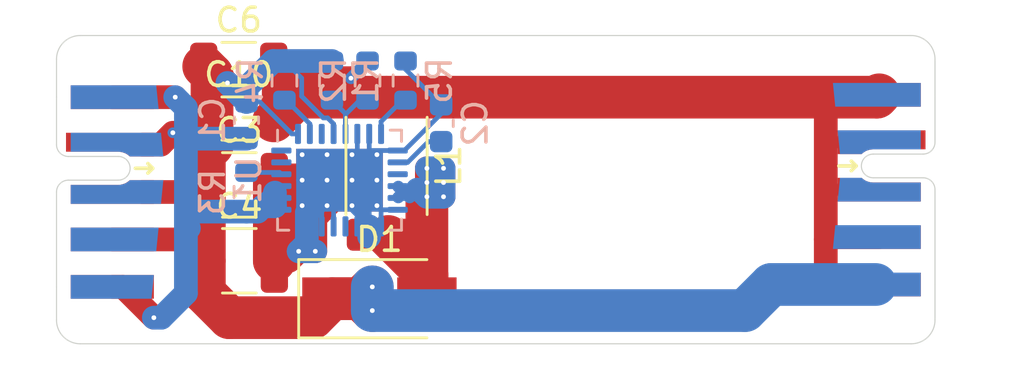
<source format=kicad_pcb>
(kicad_pcb (version 20171130) (host pcbnew "(5.1.10)-1")

  (general
    (thickness 1.6)
    (drawings 10)
    (tracks 184)
    (zones 0)
    (modules 16)
    (nets 11)
  )

  (page A4)
  (layers
    (0 F.Cu signal)
    (31 B.Cu signal)
    (32 B.Adhes user)
    (33 F.Adhes user)
    (34 B.Paste user)
    (35 F.Paste user)
    (36 B.SilkS user)
    (37 F.SilkS user)
    (38 B.Mask user)
    (39 F.Mask user)
    (40 Dwgs.User user)
    (41 Cmts.User user)
    (42 Eco1.User user)
    (43 Eco2.User user)
    (44 Edge.Cuts user)
    (45 Margin user)
    (46 B.CrtYd user)
    (47 F.CrtYd user)
    (48 B.Fab user)
    (49 F.Fab user)
  )

  (setup
    (last_trace_width 1.8)
    (user_trace_width 0.2)
    (user_trace_width 0.5)
    (user_trace_width 1)
    (user_trace_width 1.8)
    (trace_clearance 0.15)
    (zone_clearance 0.4)
    (zone_45_only no)
    (trace_min 0.15)
    (via_size 0.45)
    (via_drill 0.2)
    (via_min_size 0.45)
    (via_min_drill 0.2)
    (uvia_size 0.3)
    (uvia_drill 0.1)
    (uvias_allowed no)
    (uvia_min_size 0.2)
    (uvia_min_drill 0.1)
    (edge_width 0.05)
    (segment_width 0.2)
    (pcb_text_width 0.3)
    (pcb_text_size 1.5 1.5)
    (mod_edge_width 0.12)
    (mod_text_size 1 1)
    (mod_text_width 0.15)
    (pad_size 1.524 1.524)
    (pad_drill 0.762)
    (pad_to_mask_clearance 0.04)
    (solder_mask_min_width 0.1)
    (aux_axis_origin 0 0)
    (visible_elements 7FFFFFFF)
    (pcbplotparams
      (layerselection 0x010fc_ffffffff)
      (usegerberextensions false)
      (usegerberattributes false)
      (usegerberadvancedattributes false)
      (creategerberjobfile false)
      (excludeedgelayer true)
      (linewidth 0.100000)
      (plotframeref false)
      (viasonmask false)
      (mode 1)
      (useauxorigin false)
      (hpglpennumber 1)
      (hpglpenspeed 20)
      (hpglpendiameter 15.000000)
      (psnegative false)
      (psa4output false)
      (plotreference true)
      (plotvalue true)
      (plotinvisibletext false)
      (padsonsilk false)
      (subtractmaskfromsilk false)
      (outputformat 1)
      (mirror false)
      (drillshape 0)
      (scaleselection 1)
      (outputdirectory "gerber"))
  )

  (net 0 "")
  (net 1 GND)
  (net 2 "Net-(R3-Pad1)")
  (net 3 "Net-(C2-Pad1)")
  (net 4 /Controller/PoE-)
  (net 5 /Controller/GNDPWR)
  (net 6 /Controller/5V)
  (net 7 "Net-(D1-Pad2)")
  (net 8 "Net-(R4-Pad2)")
  (net 9 "Net-(R5-Pad1)")
  (net 10 "Net-(R1-Pad1)")

  (net_class Default "This is the default net class."
    (clearance 0.15)
    (trace_width 0.15)
    (via_dia 0.45)
    (via_drill 0.2)
    (uvia_dia 0.3)
    (uvia_drill 0.1)
    (add_net /Controller/5V)
    (add_net /Controller/GNDPWR)
    (add_net /Controller/PoE-)
    (add_net GND)
    (add_net "Net-(C2-Pad1)")
    (add_net "Net-(D1-Pad2)")
    (add_net "Net-(R1-Pad1)")
    (add_net "Net-(R3-Pad1)")
    (add_net "Net-(R4-Pad2)")
    (add_net "Net-(R5-Pad1)")
  )

  (module Diode_SMD:D_SMA (layer F.Cu) (tedit 586432E5) (tstamp 60B371AC)
    (at 90.6 85.1)
    (descr "Diode SMA (DO-214AC)")
    (tags "Diode SMA (DO-214AC)")
    (path /6083C3A8/60B4780E)
    (attr smd)
    (fp_text reference D1 (at 0 -2.5) (layer F.SilkS)
      (effects (font (size 1 1) (thickness 0.15)))
    )
    (fp_text value SL310A-TP (at 0 2.6) (layer F.Fab)
      (effects (font (size 1 1) (thickness 0.15)))
    )
    (fp_text user %R (at 0 -2.5) (layer F.Fab)
      (effects (font (size 1 1) (thickness 0.15)))
    )
    (fp_line (start -3.4 -1.65) (end -3.4 1.65) (layer F.SilkS) (width 0.12))
    (fp_line (start 2.3 1.5) (end -2.3 1.5) (layer F.Fab) (width 0.1))
    (fp_line (start -2.3 1.5) (end -2.3 -1.5) (layer F.Fab) (width 0.1))
    (fp_line (start 2.3 -1.5) (end 2.3 1.5) (layer F.Fab) (width 0.1))
    (fp_line (start 2.3 -1.5) (end -2.3 -1.5) (layer F.Fab) (width 0.1))
    (fp_line (start -3.5 -1.75) (end 3.5 -1.75) (layer F.CrtYd) (width 0.05))
    (fp_line (start 3.5 -1.75) (end 3.5 1.75) (layer F.CrtYd) (width 0.05))
    (fp_line (start 3.5 1.75) (end -3.5 1.75) (layer F.CrtYd) (width 0.05))
    (fp_line (start -3.5 1.75) (end -3.5 -1.75) (layer F.CrtYd) (width 0.05))
    (fp_line (start -0.64944 0.00102) (end -1.55114 0.00102) (layer F.Fab) (width 0.1))
    (fp_line (start 0.50118 0.00102) (end 1.4994 0.00102) (layer F.Fab) (width 0.1))
    (fp_line (start -0.64944 -0.79908) (end -0.64944 0.80112) (layer F.Fab) (width 0.1))
    (fp_line (start 0.50118 0.75032) (end 0.50118 -0.79908) (layer F.Fab) (width 0.1))
    (fp_line (start -0.64944 0.00102) (end 0.50118 0.75032) (layer F.Fab) (width 0.1))
    (fp_line (start -0.64944 0.00102) (end 0.50118 -0.79908) (layer F.Fab) (width 0.1))
    (fp_line (start -3.4 1.65) (end 2 1.65) (layer F.SilkS) (width 0.12))
    (fp_line (start -3.4 -1.65) (end 2 -1.65) (layer F.SilkS) (width 0.12))
    (pad 2 smd rect (at 2 0) (size 2.5 1.8) (layers F.Cu F.Paste F.Mask)
      (net 7 "Net-(D1-Pad2)"))
    (pad 1 smd rect (at -2 0) (size 2.5 1.8) (layers F.Cu F.Paste F.Mask)
      (net 6 /Controller/5V))
    (model ${KISYS3DMOD}/Diode_SMD.3dshapes/D_SMA.wrl
      (at (xyz 0 0 0))
      (scale (xyz 1 1 1))
      (rotate (xyz 0 0 0))
    )
  )

  (module Capacitor_SMD:C_1206_3216Metric (layer F.Cu) (tedit 5F68FEEE) (tstamp 60B340C9)
    (at 84.675 75.2)
    (descr "Capacitor SMD 1206 (3216 Metric), square (rectangular) end terminal, IPC_7351 nominal, (Body size source: IPC-SM-782 page 76, https://www.pcb-3d.com/wordpress/wp-content/uploads/ipc-sm-782a_amendment_1_and_2.pdf), generated with kicad-footprint-generator")
    (tags capacitor)
    (path /6083C3A8/60C03C71)
    (attr smd)
    (fp_text reference C6 (at 0 -1.85) (layer F.SilkS)
      (effects (font (size 1 1) (thickness 0.15)))
    )
    (fp_text value 100uF (at 0 1.85) (layer F.Fab)
      (effects (font (size 1 1) (thickness 0.15)))
    )
    (fp_text user %R (at 0 0) (layer F.Fab)
      (effects (font (size 0.8 0.8) (thickness 0.12)))
    )
    (fp_line (start -1.6 0.8) (end -1.6 -0.8) (layer F.Fab) (width 0.1))
    (fp_line (start -1.6 -0.8) (end 1.6 -0.8) (layer F.Fab) (width 0.1))
    (fp_line (start 1.6 -0.8) (end 1.6 0.8) (layer F.Fab) (width 0.1))
    (fp_line (start 1.6 0.8) (end -1.6 0.8) (layer F.Fab) (width 0.1))
    (fp_line (start -0.711252 -0.91) (end 0.711252 -0.91) (layer F.SilkS) (width 0.12))
    (fp_line (start -0.711252 0.91) (end 0.711252 0.91) (layer F.SilkS) (width 0.12))
    (fp_line (start -2.3 1.15) (end -2.3 -1.15) (layer F.CrtYd) (width 0.05))
    (fp_line (start -2.3 -1.15) (end 2.3 -1.15) (layer F.CrtYd) (width 0.05))
    (fp_line (start 2.3 -1.15) (end 2.3 1.15) (layer F.CrtYd) (width 0.05))
    (fp_line (start 2.3 1.15) (end -2.3 1.15) (layer F.CrtYd) (width 0.05))
    (pad 2 smd roundrect (at 1.475 0) (size 1.15 1.8) (layers F.Cu F.Paste F.Mask) (roundrect_rratio 0.217391)
      (net 1 GND))
    (pad 1 smd roundrect (at -1.475 0) (size 1.15 1.8) (layers F.Cu F.Paste F.Mask) (roundrect_rratio 0.217391)
      (net 6 /Controller/5V))
    (model ${KISYS3DMOD}/Capacitor_SMD.3dshapes/C_1206_3216Metric.wrl
      (at (xyz 0 0 0))
      (scale (xyz 1 1 1))
      (rotate (xyz 0 0 0))
    )
  )

  (module Capacitor_SMD:C_1210_3225Metric (layer F.Cu) (tedit 5F68FEEE) (tstamp 60B3094B)
    (at 84.7 83.5)
    (descr "Capacitor SMD 1210 (3225 Metric), square (rectangular) end terminal, IPC_7351 nominal, (Body size source: IPC-SM-782 page 76, https://www.pcb-3d.com/wordpress/wp-content/uploads/ipc-sm-782a_amendment_1_and_2.pdf), generated with kicad-footprint-generator")
    (tags capacitor)
    (path /6083C3A8/60BDCCDB)
    (attr smd)
    (fp_text reference C4 (at 0 -2.3 -180) (layer F.SilkS)
      (effects (font (size 1 1) (thickness 0.15)))
    )
    (fp_text value 10uF (at 0 2.3 -180) (layer F.Fab)
      (effects (font (size 1 1) (thickness 0.15)))
    )
    (fp_line (start 2.3 1.6) (end -2.3 1.6) (layer F.CrtYd) (width 0.05))
    (fp_line (start 2.3 -1.6) (end 2.3 1.6) (layer F.CrtYd) (width 0.05))
    (fp_line (start -2.3 -1.6) (end 2.3 -1.6) (layer F.CrtYd) (width 0.05))
    (fp_line (start -2.3 1.6) (end -2.3 -1.6) (layer F.CrtYd) (width 0.05))
    (fp_line (start -0.711252 1.36) (end 0.711252 1.36) (layer F.SilkS) (width 0.12))
    (fp_line (start -0.711252 -1.36) (end 0.711252 -1.36) (layer F.SilkS) (width 0.12))
    (fp_line (start 1.6 1.25) (end -1.6 1.25) (layer F.Fab) (width 0.1))
    (fp_line (start 1.6 -1.25) (end 1.6 1.25) (layer F.Fab) (width 0.1))
    (fp_line (start -1.6 -1.25) (end 1.6 -1.25) (layer F.Fab) (width 0.1))
    (fp_line (start -1.6 1.25) (end -1.6 -1.25) (layer F.Fab) (width 0.1))
    (fp_text user %R (at 0 0 -180) (layer F.Fab)
      (effects (font (size 0.8 0.8) (thickness 0.12)))
    )
    (pad 2 smd roundrect (at 1.475 0) (size 1.15 2.7) (layers F.Cu F.Paste F.Mask) (roundrect_rratio 0.217391)
      (net 5 /Controller/GNDPWR))
    (pad 1 smd roundrect (at -1.475 0) (size 1.15 2.7) (layers F.Cu F.Paste F.Mask) (roundrect_rratio 0.217391)
      (net 6 /Controller/5V))
    (model ${KISYS3DMOD}/Capacitor_SMD.3dshapes/C_1210_3225Metric.wrl
      (at (xyz 0 0 0))
      (scale (xyz 1 1 1))
      (rotate (xyz 0 0 0))
    )
  )

  (module Capacitor_SMD:C_1206_3216Metric (layer F.Cu) (tedit 5F68FEEE) (tstamp 60B34129)
    (at 84.675 77.5)
    (descr "Capacitor SMD 1206 (3216 Metric), square (rectangular) end terminal, IPC_7351 nominal, (Body size source: IPC-SM-782 page 76, https://www.pcb-3d.com/wordpress/wp-content/uploads/ipc-sm-782a_amendment_1_and_2.pdf), generated with kicad-footprint-generator")
    (tags capacitor)
    (path /6083C3A8/60A50237)
    (attr smd)
    (fp_text reference C10 (at 0 -1.85) (layer F.SilkS)
      (effects (font (size 1 1) (thickness 0.15)))
    )
    (fp_text value 22uF (at 0 1.85) (layer F.Fab)
      (effects (font (size 1 1) (thickness 0.15)))
    )
    (fp_line (start 2.3 1.15) (end -2.3 1.15) (layer F.CrtYd) (width 0.05))
    (fp_line (start 2.3 -1.15) (end 2.3 1.15) (layer F.CrtYd) (width 0.05))
    (fp_line (start -2.3 -1.15) (end 2.3 -1.15) (layer F.CrtYd) (width 0.05))
    (fp_line (start -2.3 1.15) (end -2.3 -1.15) (layer F.CrtYd) (width 0.05))
    (fp_line (start -0.711252 0.91) (end 0.711252 0.91) (layer F.SilkS) (width 0.12))
    (fp_line (start -0.711252 -0.91) (end 0.711252 -0.91) (layer F.SilkS) (width 0.12))
    (fp_line (start 1.6 0.8) (end -1.6 0.8) (layer F.Fab) (width 0.1))
    (fp_line (start 1.6 -0.8) (end 1.6 0.8) (layer F.Fab) (width 0.1))
    (fp_line (start -1.6 -0.8) (end 1.6 -0.8) (layer F.Fab) (width 0.1))
    (fp_line (start -1.6 0.8) (end -1.6 -0.8) (layer F.Fab) (width 0.1))
    (fp_text user %R (at 0 0) (layer F.Fab)
      (effects (font (size 0.8 0.8) (thickness 0.12)))
    )
    (pad 2 smd roundrect (at 1.475 0) (size 1.15 1.8) (layers F.Cu F.Paste F.Mask) (roundrect_rratio 0.217391)
      (net 1 GND))
    (pad 1 smd roundrect (at -1.475 0) (size 1.15 1.8) (layers F.Cu F.Paste F.Mask) (roundrect_rratio 0.217391)
      (net 6 /Controller/5V))
    (model ${KISYS3DMOD}/Capacitor_SMD.3dshapes/C_1206_3216Metric.wrl
      (at (xyz 0 0 0))
      (scale (xyz 1 1 1))
      (rotate (xyz 0 0 0))
    )
  )

  (module Inductor_SMD:L_2512_6332Metric (layer F.Cu) (tedit 5F68FEF0) (tstamp 60B2D802)
    (at 90.9 79.5 270)
    (descr "Inductor SMD 2512 (6332 Metric), square (rectangular) end terminal, IPC_7351 nominal, (Body size source: http://www.tortai-tech.com/upload/download/2011102023233369053.pdf), generated with kicad-footprint-generator")
    (tags inductor)
    (path /6083C3A8/60B44B88)
    (attr smd)
    (fp_text reference L1 (at 0 -2.62 90) (layer F.SilkS)
      (effects (font (size 1 1) (thickness 0.15)))
    )
    (fp_text value 22uH (at 0 2.62 90) (layer F.Fab)
      (effects (font (size 1 1) (thickness 0.15)))
    )
    (fp_line (start 3.82 1.92) (end -3.82 1.92) (layer F.CrtYd) (width 0.05))
    (fp_line (start 3.82 -1.92) (end 3.82 1.92) (layer F.CrtYd) (width 0.05))
    (fp_line (start -3.82 -1.92) (end 3.82 -1.92) (layer F.CrtYd) (width 0.05))
    (fp_line (start -3.82 1.92) (end -3.82 -1.92) (layer F.CrtYd) (width 0.05))
    (fp_line (start -2.052064 1.71) (end 2.052064 1.71) (layer F.SilkS) (width 0.12))
    (fp_line (start -2.052064 -1.71) (end 2.052064 -1.71) (layer F.SilkS) (width 0.12))
    (fp_line (start 3.15 1.6) (end -3.15 1.6) (layer F.Fab) (width 0.1))
    (fp_line (start 3.15 -1.6) (end 3.15 1.6) (layer F.Fab) (width 0.1))
    (fp_line (start -3.15 -1.6) (end 3.15 -1.6) (layer F.Fab) (width 0.1))
    (fp_line (start -3.15 1.6) (end -3.15 -1.6) (layer F.Fab) (width 0.1))
    (fp_text user %R (at 0 0 90) (layer F.Fab)
      (effects (font (size 1 1) (thickness 0.15)))
    )
    (pad 2 smd roundrect (at 2.9 0 270) (size 1.35 3.35) (layers F.Cu F.Paste F.Mask) (roundrect_rratio 0.185185)
      (net 7 "Net-(D1-Pad2)"))
    (pad 1 smd roundrect (at -2.9 0 270) (size 1.35 3.35) (layers F.Cu F.Paste F.Mask) (roundrect_rratio 0.185185)
      (net 1 GND))
    (model ${KISYS3DMOD}/Inductor_SMD.3dshapes/L_2512_6332Metric.wrl
      (at (xyz 0 0 0))
      (scale (xyz 1 1 1))
      (rotate (xyz 0 0 0))
    )
  )

  (module Capacitor_SMD:C_1210_3225Metric (layer F.Cu) (tedit 5F68FEEE) (tstamp 60B379E7)
    (at 84.7 80.3)
    (descr "Capacitor SMD 1210 (3225 Metric), square (rectangular) end terminal, IPC_7351 nominal, (Body size source: IPC-SM-782 page 76, https://www.pcb-3d.com/wordpress/wp-content/uploads/ipc-sm-782a_amendment_1_and_2.pdf), generated with kicad-footprint-generator")
    (tags capacitor)
    (path /6083C3A8/60BC6C5F)
    (attr smd)
    (fp_text reference C3 (at 0 -2.3) (layer F.SilkS)
      (effects (font (size 1 1) (thickness 0.15)))
    )
    (fp_text value 2.2uF (at 0 2.3) (layer F.Fab)
      (effects (font (size 1 1) (thickness 0.15)))
    )
    (fp_line (start 2.3 1.6) (end -2.3 1.6) (layer F.CrtYd) (width 0.05))
    (fp_line (start 2.3 -1.6) (end 2.3 1.6) (layer F.CrtYd) (width 0.05))
    (fp_line (start -2.3 -1.6) (end 2.3 -1.6) (layer F.CrtYd) (width 0.05))
    (fp_line (start -2.3 1.6) (end -2.3 -1.6) (layer F.CrtYd) (width 0.05))
    (fp_line (start -0.711252 1.36) (end 0.711252 1.36) (layer F.SilkS) (width 0.12))
    (fp_line (start -0.711252 -1.36) (end 0.711252 -1.36) (layer F.SilkS) (width 0.12))
    (fp_line (start 1.6 1.25) (end -1.6 1.25) (layer F.Fab) (width 0.1))
    (fp_line (start 1.6 -1.25) (end 1.6 1.25) (layer F.Fab) (width 0.1))
    (fp_line (start -1.6 -1.25) (end 1.6 -1.25) (layer F.Fab) (width 0.1))
    (fp_line (start -1.6 1.25) (end -1.6 -1.25) (layer F.Fab) (width 0.1))
    (fp_text user %R (at 0 0) (layer F.Fab)
      (effects (font (size 0.8 0.8) (thickness 0.12)))
    )
    (pad 2 smd roundrect (at 1.475 0) (size 1.15 2.7) (layers F.Cu F.Paste F.Mask) (roundrect_rratio 0.217391)
      (net 5 /Controller/GNDPWR))
    (pad 1 smd roundrect (at -1.475 0) (size 1.15 2.7) (layers F.Cu F.Paste F.Mask) (roundrect_rratio 0.217391)
      (net 6 /Controller/5V))
    (model ${KISYS3DMOD}/Capacitor_SMD.3dshapes/C_1210_3225Metric.wrl
      (at (xyz 0 0 0))
      (scale (xyz 1 1 1))
      (rotate (xyz 0 0 0))
    )
  )

  (module Package_DFN_QFN:QFN-28-1EP_4x5mm_P0.5mm_EP2.65x3.65mm_ThermalVias (layer B.Cu) (tedit 5DC5F6A4) (tstamp 60A09A9D)
    (at 88.92 80.1 270)
    (descr "QFN, 28 Pin (http://www.analog.com/media/en/technical-documentation/data-sheets/3555fe.pdf#page=32), generated with kicad-footprint-generator ipc_noLead_generator.py")
    (tags "QFN NoLead")
    (path /6083C3A8/60A0318A)
    (attr smd)
    (fp_text reference U1 (at 0 3.82 90) (layer B.SilkS)
      (effects (font (size 1 1) (thickness 0.15)) (justify mirror))
    )
    (fp_text value MP8007 (at 0 -3.82 90) (layer B.Fab)
      (effects (font (size 1 1) (thickness 0.15)) (justify mirror))
    )
    (fp_line (start 1.635 2.61) (end 2.11 2.61) (layer B.SilkS) (width 0.12))
    (fp_line (start 2.11 2.61) (end 2.11 2.135) (layer B.SilkS) (width 0.12))
    (fp_line (start -1.635 -2.61) (end -2.11 -2.61) (layer B.SilkS) (width 0.12))
    (fp_line (start -2.11 -2.61) (end -2.11 -2.135) (layer B.SilkS) (width 0.12))
    (fp_line (start 1.635 -2.61) (end 2.11 -2.61) (layer B.SilkS) (width 0.12))
    (fp_line (start 2.11 -2.61) (end 2.11 -2.135) (layer B.SilkS) (width 0.12))
    (fp_line (start -1.635 2.61) (end -2.11 2.61) (layer B.SilkS) (width 0.12))
    (fp_line (start -1 2.5) (end 2 2.5) (layer B.Fab) (width 0.1))
    (fp_line (start 2 2.5) (end 2 -2.5) (layer B.Fab) (width 0.1))
    (fp_line (start 2 -2.5) (end -2 -2.5) (layer B.Fab) (width 0.1))
    (fp_line (start -2 -2.5) (end -2 1.5) (layer B.Fab) (width 0.1))
    (fp_line (start -2 1.5) (end -1 2.5) (layer B.Fab) (width 0.1))
    (fp_line (start -2.62 3.12) (end -2.62 -3.12) (layer B.CrtYd) (width 0.05))
    (fp_line (start -2.62 -3.12) (end 2.62 -3.12) (layer B.CrtYd) (width 0.05))
    (fp_line (start 2.62 -3.12) (end 2.62 3.12) (layer B.CrtYd) (width 0.05))
    (fp_line (start 2.62 3.12) (end -2.62 3.12) (layer B.CrtYd) (width 0.05))
    (fp_text user %R (at 0 0 90) (layer B.Fab)
      (effects (font (size 1 1) (thickness 0.15)) (justify mirror))
    )
    (pad "" smd roundrect (at 0.66 -1.22 270) (size 1.07 0.98) (layers B.Paste) (roundrect_rratio 0.25))
    (pad "" smd roundrect (at 0.66 0 270) (size 1.07 0.98) (layers B.Paste) (roundrect_rratio 0.25))
    (pad "" smd roundrect (at 0.66 1.22 270) (size 1.07 0.98) (layers B.Paste) (roundrect_rratio 0.25))
    (pad "" smd roundrect (at -0.66 -1.22 270) (size 1.07 0.98) (layers B.Paste) (roundrect_rratio 0.25))
    (pad "" smd roundrect (at -0.66 0 270) (size 1.07 0.98) (layers B.Paste) (roundrect_rratio 0.25))
    (pad "" smd roundrect (at -0.66 1.22 270) (size 1.07 0.98) (layers B.Paste) (roundrect_rratio 0.25))
    (pad 29 smd rect (at 0 0 270) (size 2.65 3.65) (layers F.Cu)
      (net 5 /Controller/GNDPWR))
    (pad 29 thru_hole circle (at 1.075 -1.575 270) (size 0.5 0.5) (drill 0.2) (layers *.Cu)
      (net 5 /Controller/GNDPWR))
    (pad 29 thru_hole circle (at 0 -1.575 270) (size 0.5 0.5) (drill 0.2) (layers *.Cu)
      (net 5 /Controller/GNDPWR))
    (pad 29 thru_hole circle (at -1.075 -1.575 270) (size 0.5 0.5) (drill 0.2) (layers *.Cu)
      (net 5 /Controller/GNDPWR))
    (pad 29 thru_hole circle (at 1.075 -0.525 270) (size 0.5 0.5) (drill 0.2) (layers *.Cu)
      (net 5 /Controller/GNDPWR))
    (pad 29 thru_hole circle (at 0 -0.525 270) (size 0.5 0.5) (drill 0.2) (layers *.Cu)
      (net 5 /Controller/GNDPWR))
    (pad 29 thru_hole circle (at -1.075 -0.525 270) (size 0.5 0.5) (drill 0.2) (layers *.Cu)
      (net 5 /Controller/GNDPWR))
    (pad 29 thru_hole circle (at 1.075 0.525 270) (size 0.5 0.5) (drill 0.2) (layers *.Cu)
      (net 5 /Controller/GNDPWR))
    (pad 29 thru_hole circle (at 0 0.525 270) (size 0.5 0.5) (drill 0.2) (layers *.Cu)
      (net 5 /Controller/GNDPWR))
    (pad 29 thru_hole circle (at -1.075 0.525 270) (size 0.5 0.5) (drill 0.2) (layers *.Cu)
      (net 5 /Controller/GNDPWR))
    (pad 29 thru_hole circle (at 1.075 1.575 270) (size 0.5 0.5) (drill 0.2) (layers *.Cu)
      (net 5 /Controller/GNDPWR))
    (pad 29 thru_hole circle (at 0 1.575 270) (size 0.5 0.5) (drill 0.2) (layers *.Cu)
      (net 5 /Controller/GNDPWR))
    (pad 29 thru_hole circle (at -1.075 1.575 270) (size 0.5 0.5) (drill 0.2) (layers *.Cu)
      (net 5 /Controller/GNDPWR))
    (pad 29 smd rect (at 0 0 270) (size 2.65 3.65) (layers B.Cu B.Mask)
      (net 5 /Controller/GNDPWR))
    (pad 28 smd roundrect (at -1.25 2.45 270) (size 0.25 0.85) (layers B.Cu B.Paste B.Mask) (roundrect_rratio 0.25))
    (pad 27 smd roundrect (at -0.75 2.45 270) (size 0.25 0.85) (layers B.Cu B.Paste B.Mask) (roundrect_rratio 0.25))
    (pad 26 smd roundrect (at -0.25 2.45 270) (size 0.25 0.85) (layers B.Cu B.Paste B.Mask) (roundrect_rratio 0.25)
      (net 2 "Net-(R3-Pad1)"))
    (pad 25 smd roundrect (at 0.25 2.45 270) (size 0.25 0.85) (layers B.Cu B.Paste B.Mask) (roundrect_rratio 0.25)
      (net 4 /Controller/PoE-))
    (pad 24 smd roundrect (at 0.75 2.45 270) (size 0.25 0.85) (layers B.Cu B.Paste B.Mask) (roundrect_rratio 0.25)
      (net 4 /Controller/PoE-))
    (pad 23 smd roundrect (at 1.25 2.45 270) (size 0.25 0.85) (layers B.Cu B.Paste B.Mask) (roundrect_rratio 0.25)
      (net 4 /Controller/PoE-))
    (pad 22 smd roundrect (at 1.95 1.75 270) (size 0.85 0.25) (layers B.Cu B.Paste B.Mask) (roundrect_rratio 0.25)
      (net 5 /Controller/GNDPWR))
    (pad 21 smd roundrect (at 1.95 1.25 270) (size 0.85 0.25) (layers B.Cu B.Paste B.Mask) (roundrect_rratio 0.25)
      (net 5 /Controller/GNDPWR))
    (pad 20 smd roundrect (at 1.95 0.75 270) (size 0.85 0.25) (layers B.Cu B.Paste B.Mask) (roundrect_rratio 0.25)
      (net 5 /Controller/GNDPWR))
    (pad 19 smd roundrect (at 1.95 0.25 270) (size 0.85 0.25) (layers B.Cu B.Paste B.Mask) (roundrect_rratio 0.25)
      (net 5 /Controller/GNDPWR))
    (pad 18 smd roundrect (at 1.95 -0.25 270) (size 0.85 0.25) (layers B.Cu B.Paste B.Mask) (roundrect_rratio 0.25))
    (pad 17 smd roundrect (at 1.95 -0.75 270) (size 0.85 0.25) (layers B.Cu B.Paste B.Mask) (roundrect_rratio 0.25)
      (net 5 /Controller/GNDPWR))
    (pad 16 smd roundrect (at 1.95 -1.25 270) (size 0.85 0.25) (layers B.Cu B.Paste B.Mask) (roundrect_rratio 0.25)
      (net 5 /Controller/GNDPWR))
    (pad 15 smd roundrect (at 1.95 -1.75 270) (size 0.85 0.25) (layers B.Cu B.Paste B.Mask) (roundrect_rratio 0.25)
      (net 5 /Controller/GNDPWR))
    (pad 14 smd roundrect (at 1.25 -2.45 270) (size 0.25 0.85) (layers B.Cu B.Paste B.Mask) (roundrect_rratio 0.25)
      (net 5 /Controller/GNDPWR))
    (pad 13 smd roundrect (at 0.75 -2.45 270) (size 0.25 0.85) (layers B.Cu B.Paste B.Mask) (roundrect_rratio 0.25)
      (net 7 "Net-(D1-Pad2)"))
    (pad 12 smd roundrect (at 0.25 -2.45 270) (size 0.25 0.85) (layers B.Cu B.Paste B.Mask) (roundrect_rratio 0.25)
      (net 7 "Net-(D1-Pad2)"))
    (pad 11 smd roundrect (at -0.25 -2.45 270) (size 0.25 0.85) (layers B.Cu B.Paste B.Mask) (roundrect_rratio 0.25))
    (pad 10 smd roundrect (at -0.75 -2.45 270) (size 0.25 0.85) (layers B.Cu B.Paste B.Mask) (roundrect_rratio 0.25)
      (net 3 "Net-(C2-Pad1)"))
    (pad 9 smd roundrect (at -1.25 -2.45 270) (size 0.25 0.85) (layers B.Cu B.Paste B.Mask) (roundrect_rratio 0.25)
      (net 5 /Controller/GNDPWR))
    (pad 8 smd roundrect (at -1.95 -1.75 270) (size 0.85 0.25) (layers B.Cu B.Paste B.Mask) (roundrect_rratio 0.25)
      (net 9 "Net-(R5-Pad1)"))
    (pad 7 smd roundrect (at -1.95 -1.25 270) (size 0.85 0.25) (layers B.Cu B.Paste B.Mask) (roundrect_rratio 0.25)
      (net 5 /Controller/GNDPWR))
    (pad 6 smd roundrect (at -1.95 -0.75 270) (size 0.85 0.25) (layers B.Cu B.Paste B.Mask) (roundrect_rratio 0.25)
      (net 5 /Controller/GNDPWR))
    (pad 5 smd roundrect (at -1.95 -0.25 270) (size 0.85 0.25) (layers B.Cu B.Paste B.Mask) (roundrect_rratio 0.25)
      (net 10 "Net-(R1-Pad1)"))
    (pad 4 smd roundrect (at -1.95 0.25 270) (size 0.85 0.25) (layers B.Cu B.Paste B.Mask) (roundrect_rratio 0.25)
      (net 6 /Controller/5V))
    (pad 3 smd roundrect (at -1.95 0.75 270) (size 0.85 0.25) (layers B.Cu B.Paste B.Mask) (roundrect_rratio 0.25))
    (pad 2 smd roundrect (at -1.95 1.25 270) (size 0.85 0.25) (layers B.Cu B.Paste B.Mask) (roundrect_rratio 0.25)
      (net 8 "Net-(R4-Pad2)"))
    (pad 1 smd roundrect (at -1.95 1.75 270) (size 0.85 0.25) (layers B.Cu B.Paste B.Mask) (roundrect_rratio 0.25)
      (net 6 /Controller/5V))
    (model ${KISYS3DMOD}/Package_DFN_QFN.3dshapes/QFN-28-1EP_4x5mm_P0.5mm_EP2.65x3.65mm.wrl
      (at (xyz 0 0 0))
      (scale (xyz 1 1 1))
      (rotate (xyz 0 0 0))
    )
  )

  (module Capacitor_SMD:C_0603_1608Metric (layer B.Cu) (tedit 5F68FEEE) (tstamp 60A0989C)
    (at 93.2 77.7 90)
    (descr "Capacitor SMD 0603 (1608 Metric), square (rectangular) end terminal, IPC_7351 nominal, (Body size source: IPC-SM-782 page 76, https://www.pcb-3d.com/wordpress/wp-content/uploads/ipc-sm-782a_amendment_1_and_2.pdf), generated with kicad-footprint-generator")
    (tags capacitor)
    (path /6083C3A8/60A1EC7F)
    (attr smd)
    (fp_text reference C2 (at 0 1.43 90) (layer B.SilkS)
      (effects (font (size 1 1) (thickness 0.15)) (justify mirror))
    )
    (fp_text value 1uF (at 0 -1.43 90) (layer B.Fab)
      (effects (font (size 1 1) (thickness 0.15)) (justify mirror))
    )
    (fp_line (start -0.8 -0.4) (end -0.8 0.4) (layer B.Fab) (width 0.1))
    (fp_line (start -0.8 0.4) (end 0.8 0.4) (layer B.Fab) (width 0.1))
    (fp_line (start 0.8 0.4) (end 0.8 -0.4) (layer B.Fab) (width 0.1))
    (fp_line (start 0.8 -0.4) (end -0.8 -0.4) (layer B.Fab) (width 0.1))
    (fp_line (start -0.14058 0.51) (end 0.14058 0.51) (layer B.SilkS) (width 0.12))
    (fp_line (start -0.14058 -0.51) (end 0.14058 -0.51) (layer B.SilkS) (width 0.12))
    (fp_line (start -1.48 -0.73) (end -1.48 0.73) (layer B.CrtYd) (width 0.05))
    (fp_line (start -1.48 0.73) (end 1.48 0.73) (layer B.CrtYd) (width 0.05))
    (fp_line (start 1.48 0.73) (end 1.48 -0.73) (layer B.CrtYd) (width 0.05))
    (fp_line (start 1.48 -0.73) (end -1.48 -0.73) (layer B.CrtYd) (width 0.05))
    (fp_text user %R (at 0 0 90) (layer B.Fab)
      (effects (font (size 0.4 0.4) (thickness 0.06)) (justify mirror))
    )
    (pad 2 smd roundrect (at 0.775 0 90) (size 0.9 0.95) (layers B.Cu B.Paste B.Mask) (roundrect_rratio 0.25)
      (net 5 /Controller/GNDPWR))
    (pad 1 smd roundrect (at -0.775 0 90) (size 0.9 0.95) (layers B.Cu B.Paste B.Mask) (roundrect_rratio 0.25)
      (net 3 "Net-(C2-Pad1)"))
    (model ${KISYS3DMOD}/Capacitor_SMD.3dshapes/C_0603_1608Metric.wrl
      (at (xyz 0 0 0))
      (scale (xyz 1 1 1))
      (rotate (xyz 0 0 0))
    )
  )

  (module Capacitor_SMD:C_0603_1608Metric (layer B.Cu) (tedit 5F68FEEE) (tstamp 60A0988B)
    (at 85 77.575 270)
    (descr "Capacitor SMD 0603 (1608 Metric), square (rectangular) end terminal, IPC_7351 nominal, (Body size source: IPC-SM-782 page 76, https://www.pcb-3d.com/wordpress/wp-content/uploads/ipc-sm-782a_amendment_1_and_2.pdf), generated with kicad-footprint-generator")
    (tags capacitor)
    (path /6083C3A8/60A06E25)
    (attr smd)
    (fp_text reference C1 (at 0 1.43 90) (layer B.SilkS)
      (effects (font (size 1 1) (thickness 0.15)) (justify mirror))
    )
    (fp_text value 100n (at 0 -1.43 90) (layer B.Fab)
      (effects (font (size 1 1) (thickness 0.15)) (justify mirror))
    )
    (fp_line (start -0.8 -0.4) (end -0.8 0.4) (layer B.Fab) (width 0.1))
    (fp_line (start -0.8 0.4) (end 0.8 0.4) (layer B.Fab) (width 0.1))
    (fp_line (start 0.8 0.4) (end 0.8 -0.4) (layer B.Fab) (width 0.1))
    (fp_line (start 0.8 -0.4) (end -0.8 -0.4) (layer B.Fab) (width 0.1))
    (fp_line (start -0.14058 0.51) (end 0.14058 0.51) (layer B.SilkS) (width 0.12))
    (fp_line (start -0.14058 -0.51) (end 0.14058 -0.51) (layer B.SilkS) (width 0.12))
    (fp_line (start -1.48 -0.73) (end -1.48 0.73) (layer B.CrtYd) (width 0.05))
    (fp_line (start -1.48 0.73) (end 1.48 0.73) (layer B.CrtYd) (width 0.05))
    (fp_line (start 1.48 0.73) (end 1.48 -0.73) (layer B.CrtYd) (width 0.05))
    (fp_line (start 1.48 -0.73) (end -1.48 -0.73) (layer B.CrtYd) (width 0.05))
    (fp_text user %R (at 0 0 90) (layer B.Fab)
      (effects (font (size 0.4 0.4) (thickness 0.06)) (justify mirror))
    )
    (pad 2 smd roundrect (at 0.775 0 270) (size 0.9 0.95) (layers B.Cu B.Paste B.Mask) (roundrect_rratio 0.25)
      (net 4 /Controller/PoE-))
    (pad 1 smd roundrect (at -0.775 0 270) (size 0.9 0.95) (layers B.Cu B.Paste B.Mask) (roundrect_rratio 0.25)
      (net 6 /Controller/5V))
    (model ${KISYS3DMOD}/Capacitor_SMD.3dshapes/C_0603_1608Metric.wrl
      (at (xyz 0 0 0))
      (scale (xyz 1 1 1))
      (rotate (xyz 0 0 0))
    )
  )

  (module Resistor_SMD:R_0603_1608Metric (layer B.Cu) (tedit 5F68FEEE) (tstamp 60A09A32)
    (at 91.7 75.9 90)
    (descr "Resistor SMD 0603 (1608 Metric), square (rectangular) end terminal, IPC_7351 nominal, (Body size source: IPC-SM-782 page 72, https://www.pcb-3d.com/wordpress/wp-content/uploads/ipc-sm-782a_amendment_1_and_2.pdf), generated with kicad-footprint-generator")
    (tags resistor)
    (path /6083C3A8/60A2372F)
    (attr smd)
    (fp_text reference R5 (at 0 1.43 90) (layer B.SilkS)
      (effects (font (size 1 1) (thickness 0.15)) (justify mirror))
    )
    (fp_text value 43.2k (at 0 -1.43 90) (layer B.Fab)
      (effects (font (size 1 1) (thickness 0.15)) (justify mirror))
    )
    (fp_line (start -0.8 -0.4125) (end -0.8 0.4125) (layer B.Fab) (width 0.1))
    (fp_line (start -0.8 0.4125) (end 0.8 0.4125) (layer B.Fab) (width 0.1))
    (fp_line (start 0.8 0.4125) (end 0.8 -0.4125) (layer B.Fab) (width 0.1))
    (fp_line (start 0.8 -0.4125) (end -0.8 -0.4125) (layer B.Fab) (width 0.1))
    (fp_line (start -0.237258 0.5225) (end 0.237258 0.5225) (layer B.SilkS) (width 0.12))
    (fp_line (start -0.237258 -0.5225) (end 0.237258 -0.5225) (layer B.SilkS) (width 0.12))
    (fp_line (start -1.48 -0.73) (end -1.48 0.73) (layer B.CrtYd) (width 0.05))
    (fp_line (start -1.48 0.73) (end 1.48 0.73) (layer B.CrtYd) (width 0.05))
    (fp_line (start 1.48 0.73) (end 1.48 -0.73) (layer B.CrtYd) (width 0.05))
    (fp_line (start 1.48 -0.73) (end -1.48 -0.73) (layer B.CrtYd) (width 0.05))
    (fp_text user %R (at 0 0 90) (layer B.Fab)
      (effects (font (size 0.4 0.4) (thickness 0.06)) (justify mirror))
    )
    (pad 2 smd roundrect (at 0.825 0 90) (size 0.8 0.95) (layers B.Cu B.Paste B.Mask) (roundrect_rratio 0.25)
      (net 5 /Controller/GNDPWR))
    (pad 1 smd roundrect (at -0.825 0 90) (size 0.8 0.95) (layers B.Cu B.Paste B.Mask) (roundrect_rratio 0.25)
      (net 9 "Net-(R5-Pad1)"))
    (model ${KISYS3DMOD}/Resistor_SMD.3dshapes/R_0603_1608Metric.wrl
      (at (xyz 0 0 0))
      (scale (xyz 1 1 1))
      (rotate (xyz 0 0 0))
    )
  )

  (module Resistor_SMD:R_0603_1608Metric (layer B.Cu) (tedit 5F68FEEE) (tstamp 60B2E38E)
    (at 86.6 75.9 270)
    (descr "Resistor SMD 0603 (1608 Metric), square (rectangular) end terminal, IPC_7351 nominal, (Body size source: IPC-SM-782 page 72, https://www.pcb-3d.com/wordpress/wp-content/uploads/ipc-sm-782a_amendment_1_and_2.pdf), generated with kicad-footprint-generator")
    (tags resistor)
    (path /6083C3A8/60A0839D)
    (attr smd)
    (fp_text reference R4 (at 0 1.43 90) (layer B.SilkS)
      (effects (font (size 1 1) (thickness 0.15)) (justify mirror))
    )
    (fp_text value 24.9k (at 0 -1.43 90) (layer B.Fab)
      (effects (font (size 1 1) (thickness 0.15)) (justify mirror))
    )
    (fp_line (start -0.8 -0.4125) (end -0.8 0.4125) (layer B.Fab) (width 0.1))
    (fp_line (start -0.8 0.4125) (end 0.8 0.4125) (layer B.Fab) (width 0.1))
    (fp_line (start 0.8 0.4125) (end 0.8 -0.4125) (layer B.Fab) (width 0.1))
    (fp_line (start 0.8 -0.4125) (end -0.8 -0.4125) (layer B.Fab) (width 0.1))
    (fp_line (start -0.237258 0.5225) (end 0.237258 0.5225) (layer B.SilkS) (width 0.12))
    (fp_line (start -0.237258 -0.5225) (end 0.237258 -0.5225) (layer B.SilkS) (width 0.12))
    (fp_line (start -1.48 -0.73) (end -1.48 0.73) (layer B.CrtYd) (width 0.05))
    (fp_line (start -1.48 0.73) (end 1.48 0.73) (layer B.CrtYd) (width 0.05))
    (fp_line (start 1.48 0.73) (end 1.48 -0.73) (layer B.CrtYd) (width 0.05))
    (fp_line (start 1.48 -0.73) (end -1.48 -0.73) (layer B.CrtYd) (width 0.05))
    (fp_text user %R (at 0 0 90) (layer B.Fab)
      (effects (font (size 0.4 0.4) (thickness 0.06)) (justify mirror))
    )
    (pad 2 smd roundrect (at 0.825 0 270) (size 0.8 0.95) (layers B.Cu B.Paste B.Mask) (roundrect_rratio 0.25)
      (net 8 "Net-(R4-Pad2)"))
    (pad 1 smd roundrect (at -0.825 0 270) (size 0.8 0.95) (layers B.Cu B.Paste B.Mask) (roundrect_rratio 0.25)
      (net 6 /Controller/5V))
    (model ${KISYS3DMOD}/Resistor_SMD.3dshapes/R_0603_1608Metric.wrl
      (at (xyz 0 0 0))
      (scale (xyz 1 1 1))
      (rotate (xyz 0 0 0))
    )
  )

  (module Resistor_SMD:R_0603_1608Metric (layer B.Cu) (tedit 5F68FEEE) (tstamp 60A09A10)
    (at 85 80.6 270)
    (descr "Resistor SMD 0603 (1608 Metric), square (rectangular) end terminal, IPC_7351 nominal, (Body size source: IPC-SM-782 page 72, https://www.pcb-3d.com/wordpress/wp-content/uploads/ipc-sm-782a_amendment_1_and_2.pdf), generated with kicad-footprint-generator")
    (tags resistor)
    (path /6083C3A8/60A08FA6)
    (attr smd)
    (fp_text reference R3 (at 0 1.43 90) (layer B.SilkS)
      (effects (font (size 1 1) (thickness 0.15)) (justify mirror))
    )
    (fp_text value 41.2R (at 0 -1.43 90) (layer B.Fab)
      (effects (font (size 1 1) (thickness 0.15)) (justify mirror))
    )
    (fp_line (start -0.8 -0.4125) (end -0.8 0.4125) (layer B.Fab) (width 0.1))
    (fp_line (start -0.8 0.4125) (end 0.8 0.4125) (layer B.Fab) (width 0.1))
    (fp_line (start 0.8 0.4125) (end 0.8 -0.4125) (layer B.Fab) (width 0.1))
    (fp_line (start 0.8 -0.4125) (end -0.8 -0.4125) (layer B.Fab) (width 0.1))
    (fp_line (start -0.237258 0.5225) (end 0.237258 0.5225) (layer B.SilkS) (width 0.12))
    (fp_line (start -0.237258 -0.5225) (end 0.237258 -0.5225) (layer B.SilkS) (width 0.12))
    (fp_line (start -1.48 -0.73) (end -1.48 0.73) (layer B.CrtYd) (width 0.05))
    (fp_line (start -1.48 0.73) (end 1.48 0.73) (layer B.CrtYd) (width 0.05))
    (fp_line (start 1.48 0.73) (end 1.48 -0.73) (layer B.CrtYd) (width 0.05))
    (fp_line (start 1.48 -0.73) (end -1.48 -0.73) (layer B.CrtYd) (width 0.05))
    (fp_text user %R (at 0 0 90) (layer B.Fab)
      (effects (font (size 0.4 0.4) (thickness 0.06)) (justify mirror))
    )
    (pad 2 smd roundrect (at 0.825 0 270) (size 0.8 0.95) (layers B.Cu B.Paste B.Mask) (roundrect_rratio 0.25)
      (net 4 /Controller/PoE-))
    (pad 1 smd roundrect (at -0.825 0 270) (size 0.8 0.95) (layers B.Cu B.Paste B.Mask) (roundrect_rratio 0.25)
      (net 2 "Net-(R3-Pad1)"))
    (model ${KISYS3DMOD}/Resistor_SMD.3dshapes/R_0603_1608Metric.wrl
      (at (xyz 0 0 0))
      (scale (xyz 1 1 1))
      (rotate (xyz 0 0 0))
    )
  )

  (module Resistor_SMD:R_0603_1608Metric (layer B.Cu) (tedit 5F68FEEE) (tstamp 60A099FF)
    (at 90.1 75.9 270)
    (descr "Resistor SMD 0603 (1608 Metric), square (rectangular) end terminal, IPC_7351 nominal, (Body size source: IPC-SM-782 page 72, https://www.pcb-3d.com/wordpress/wp-content/uploads/ipc-sm-782a_amendment_1_and_2.pdf), generated with kicad-footprint-generator")
    (tags resistor)
    (path /6083C3A8/60A2D79D)
    (attr smd)
    (fp_text reference R2 (at 0 1.43 90) (layer B.SilkS)
      (effects (font (size 1 1) (thickness 0.15)) (justify mirror))
    )
    (fp_text value ? (at 0 -1.43 90) (layer B.Fab)
      (effects (font (size 1 1) (thickness 0.15)) (justify mirror))
    )
    (fp_line (start -0.8 -0.4125) (end -0.8 0.4125) (layer B.Fab) (width 0.1))
    (fp_line (start -0.8 0.4125) (end 0.8 0.4125) (layer B.Fab) (width 0.1))
    (fp_line (start 0.8 0.4125) (end 0.8 -0.4125) (layer B.Fab) (width 0.1))
    (fp_line (start 0.8 -0.4125) (end -0.8 -0.4125) (layer B.Fab) (width 0.1))
    (fp_line (start -0.237258 0.5225) (end 0.237258 0.5225) (layer B.SilkS) (width 0.12))
    (fp_line (start -0.237258 -0.5225) (end 0.237258 -0.5225) (layer B.SilkS) (width 0.12))
    (fp_line (start -1.48 -0.73) (end -1.48 0.73) (layer B.CrtYd) (width 0.05))
    (fp_line (start -1.48 0.73) (end 1.48 0.73) (layer B.CrtYd) (width 0.05))
    (fp_line (start 1.48 0.73) (end 1.48 -0.73) (layer B.CrtYd) (width 0.05))
    (fp_line (start 1.48 -0.73) (end -1.48 -0.73) (layer B.CrtYd) (width 0.05))
    (fp_text user %R (at 0 0 90) (layer B.Fab)
      (effects (font (size 0.4 0.4) (thickness 0.06)) (justify mirror))
    )
    (pad 2 smd roundrect (at 0.825 0 270) (size 0.8 0.95) (layers B.Cu B.Paste B.Mask) (roundrect_rratio 0.25)
      (net 10 "Net-(R1-Pad1)"))
    (pad 1 smd roundrect (at -0.825 0 270) (size 0.8 0.95) (layers B.Cu B.Paste B.Mask) (roundrect_rratio 0.25)
      (net 1 GND))
    (model ${KISYS3DMOD}/Resistor_SMD.3dshapes/R_0603_1608Metric.wrl
      (at (xyz 0 0 0))
      (scale (xyz 1 1 1))
      (rotate (xyz 0 0 0))
    )
  )

  (module Resistor_SMD:R_0603_1608Metric (layer B.Cu) (tedit 5F68FEEE) (tstamp 60A099EE)
    (at 88.6 75.9 90)
    (descr "Resistor SMD 0603 (1608 Metric), square (rectangular) end terminal, IPC_7351 nominal, (Body size source: IPC-SM-782 page 72, https://www.pcb-3d.com/wordpress/wp-content/uploads/ipc-sm-782a_amendment_1_and_2.pdf), generated with kicad-footprint-generator")
    (tags resistor)
    (path /6083C3A8/60A2D39D)
    (attr smd)
    (fp_text reference R1 (at 0 1.43 90) (layer B.SilkS)
      (effects (font (size 1 1) (thickness 0.15)) (justify mirror))
    )
    (fp_text value ? (at 0 -1.43 90) (layer B.Fab)
      (effects (font (size 1 1) (thickness 0.15)) (justify mirror))
    )
    (fp_line (start -0.8 -0.4125) (end -0.8 0.4125) (layer B.Fab) (width 0.1))
    (fp_line (start -0.8 0.4125) (end 0.8 0.4125) (layer B.Fab) (width 0.1))
    (fp_line (start 0.8 0.4125) (end 0.8 -0.4125) (layer B.Fab) (width 0.1))
    (fp_line (start 0.8 -0.4125) (end -0.8 -0.4125) (layer B.Fab) (width 0.1))
    (fp_line (start -0.237258 0.5225) (end 0.237258 0.5225) (layer B.SilkS) (width 0.12))
    (fp_line (start -0.237258 -0.5225) (end 0.237258 -0.5225) (layer B.SilkS) (width 0.12))
    (fp_line (start -1.48 -0.73) (end -1.48 0.73) (layer B.CrtYd) (width 0.05))
    (fp_line (start -1.48 0.73) (end 1.48 0.73) (layer B.CrtYd) (width 0.05))
    (fp_line (start 1.48 0.73) (end 1.48 -0.73) (layer B.CrtYd) (width 0.05))
    (fp_line (start 1.48 -0.73) (end -1.48 -0.73) (layer B.CrtYd) (width 0.05))
    (fp_text user %R (at 0 0 90) (layer B.Fab)
      (effects (font (size 0.4 0.4) (thickness 0.06)) (justify mirror))
    )
    (pad 2 smd roundrect (at 0.825 0 90) (size 0.8 0.95) (layers B.Cu B.Paste B.Mask) (roundrect_rratio 0.25)
      (net 6 /Controller/5V))
    (pad 1 smd roundrect (at -0.825 0 90) (size 0.8 0.95) (layers B.Cu B.Paste B.Mask) (roundrect_rratio 0.25)
      (net 10 "Net-(R1-Pad1)"))
    (model ${KISYS3DMOD}/Resistor_SMD.3dshapes/R_0603_1608Metric.wrl
      (at (xyz 0 0 0))
      (scale (xyz 1 1 1))
      (rotate (xyz 0 0 0))
    )
  )

  (module on_edge:on_edge_2x05_host (layer F.Cu) (tedit 607DF692) (tstamp 60B2DC57)
    (at 114 80.5 270)
    (path /609E43DF)
    (attr virtual)
    (fp_text reference J2 (at 0.05 -3.2 180 unlocked) (layer F.Fab)
      (effects (font (size 0.5 0.5) (thickness 0.125)))
    )
    (fp_text value 003_power (at -1.2 -2 90) (layer F.Fab)
      (effects (font (size 1 1) (thickness 0.15)))
    )
    (fp_line (start 5 -0.5) (end 5 5) (layer B.CrtYd) (width 0.05))
    (fp_line (start -5 -0.5) (end 5 -0.5) (layer B.CrtYd) (width 0.05))
    (fp_line (start -5 5) (end -5 -0.5) (layer B.CrtYd) (width 0.05))
    (fp_line (start 5 5) (end -5 5) (layer B.CrtYd) (width 0.05))
    (fp_line (start -5 -0.5) (end -5 5) (layer F.CrtYd) (width 0.05))
    (fp_line (start 5 -0.5) (end -5 -0.5) (layer F.CrtYd) (width 0.05))
    (fp_line (start 5 5) (end 5 -0.5) (layer F.CrtYd) (width 0.05))
    (fp_line (start -5 5) (end 5 5) (layer F.CrtYd) (width 0.05))
    (fp_line (start 0 0) (end 4 0) (layer Edge.Cuts) (width 0.05))
    (fp_line (start -4 0) (end -2 0) (layer Edge.Cuts) (width 0.05))
    (fp_line (start -0.5 2.6) (end -0.5 0.5) (layer Edge.Cuts) (width 0.05))
    (fp_line (start -1.5 0.5) (end -1.5 2.6) (layer Edge.Cuts) (width 0.05))
    (fp_line (start -1 3.323) (end -1.2 3.523) (layer F.SilkS) (width 0.153))
    (fp_line (start -0.8 3.523) (end -1 3.323) (layer F.SilkS) (width 0.153))
    (fp_line (start -1 4.05) (end -1 3.323) (layer F.SilkS) (width 0.153))
    (fp_arc (start 0 0.5) (end 0 0) (angle -90) (layer Edge.Cuts) (width 0.05))
    (fp_arc (start -2 0.5) (end -1.5 0.5) (angle -90) (layer Edge.Cuts) (width 0.05))
    (fp_arc (start -1 2.6) (end -1.5 2.6) (angle -180) (layer Edge.Cuts) (width 0.05))
    (pad 2 smd custom (at -2 3.6 270) (size 1 1) (layers F.Cu F.Mask)
      (net 1 GND) (zone_connect 0)
      (options (clearance outline) (anchor rect))
      (primitives
        (gr_poly (pts
           (xy 0.3 -0.99) (xy 0.31 -0.88) (xy 0.33 -0.8) (xy 0.35 -0.74) (xy 0.37 -0.69)
           (xy 0.4 -0.64) (xy 0.44 -0.58) (xy 0.48 -0.53) (xy 0.5 -0.51) (xy 0.5 0.5)
           (xy -0.5 0.5) (xy -0.5 -3.2) (xy 0.3 -3.2)) (width 0))
      ))
    (pad 3 smd custom (at 0 3.6 270) (size 1 1) (layers F.Cu F.Mask)
      (net 1 GND) (zone_connect 0)
      (options (clearance outline) (anchor rect))
      (primitives
        (gr_poly (pts
           (xy -0.3 -0.99) (xy -0.31 -0.88) (xy -0.33 -0.8) (xy -0.35 -0.74) (xy -0.37 -0.69)
           (xy -0.4 -0.64) (xy -0.44 -0.58) (xy -0.48 -0.53) (xy -0.5 -0.51) (xy -0.5 0.5)
           (xy 0.5 0.5) (xy 0.5 -3) (xy -0.3 -3)) (width 0))
      ))
    (pad 8 smd custom (at 0 2.1 90) (size 0.4 0.4) (layers B.Cu B.Mask)
      (zone_connect 0)
      (options (clearance outline) (anchor rect))
      (primitives
        (gr_poly (pts
           (xy 0.3 -0.51) (xy 0.31 -0.62) (xy 0.33 -0.7) (xy 0.35 -0.76) (xy 0.37 -0.81)
           (xy 0.4 -0.86) (xy 0.44 -0.92) (xy 0.48 -0.97) (xy 0.5 -0.99) (xy 0.5 -1.9)
           (xy -0.5 -2) (xy -0.5 1.5) (xy 0.3 1.5)) (width 0))
      ))
    (pad 7 smd custom (at -2 2.1 90) (size 0.4 0.4) (layers B.Cu B.Mask)
      (zone_connect 0)
      (options (clearance outline) (anchor rect))
      (primitives
        (gr_poly (pts
           (xy -0.3 -0.51) (xy -0.31 -0.62) (xy -0.33 -0.7) (xy -0.35 -0.76) (xy -0.37 -0.81)
           (xy -0.4 -0.86) (xy -0.44 -0.92) (xy -0.48 -0.97) (xy -0.5 -0.99) (xy -0.5 -1.9)
           (xy 0.5 -2) (xy 0.5 1.5) (xy -0.3 1.5)) (width 0))
      ))
    (pad 4 smd rect (at 2 2.35 270) (size 1 3.5) (layers F.Cu F.Mask)
      (net 1 GND) (zone_connect 0))
    (pad 10 smd custom (at 4 2.5 90) (size 1 3.8) (layers B.Cu B.Mask)
      (net 6 /Controller/5V) (zone_connect 0)
      (options (clearance outline) (anchor rect))
      (primitives
        (gr_poly (pts
           (xy 0.5 -1.9) (xy -0.5 -2) (xy -0.5 -1.9)) (width 0))
      ))
    (pad 9 smd custom (at 2 2.4 90) (size 1 3.6) (layers B.Cu B.Mask)
      (zone_connect 0)
      (options (clearance outline) (anchor rect))
      (primitives
        (gr_poly (pts
           (xy 0.5 -1.8) (xy -0.5 -1.9) (xy -0.5 -1.8)) (width 0))
      ))
    (pad 6 smd custom (at -4 2.4 90) (size 1 3.6) (layers B.Cu B.Mask)
      (zone_connect 0)
      (options (clearance outline) (anchor rect))
      (primitives
        (gr_poly (pts
           (xy 0.5 -1.8) (xy 0.5 -1.9) (xy -0.5 -1.8)) (width 0))
      ))
    (pad 5 smd rect (at 4 2.35 270) (size 1 3.5) (layers F.Cu F.Mask)
      (net 1 GND) (zone_connect 0))
    (pad 1 smd rect (at -4 2.35 270) (size 1 3.5) (layers F.Cu F.Mask)
      (net 1 GND) (zone_connect 0))
  )

  (module on_edge:on_edge_2x05_device (layer F.Cu) (tedit 607DF540) (tstamp 6083D5B7)
    (at 77 80.6 270)
    (path /6083A976)
    (attr virtual)
    (fp_text reference J1 (at 0 1.2 270 unlocked) (layer F.Fab)
      (effects (font (size 0.5 0.5) (thickness 0.05)))
    )
    (fp_text value 013_PoE_rectified (at 0 2 270 unlocked) (layer F.Fab)
      (effects (font (size 0.5 0.5) (thickness 0.05)))
    )
    (fp_line (start -1.5 -2.6) (end -1.5 -0.5) (layer Edge.Cuts) (width 0.05))
    (fp_line (start -0.5 -0.5) (end -0.5 -2.6) (layer Edge.Cuts) (width 0.05))
    (fp_line (start -1.2 -3.85) (end -1 -4.05) (layer F.SilkS) (width 0.153))
    (fp_line (start -1 -4.05) (end -0.8 -3.85) (layer F.SilkS) (width 0.153))
    (fp_line (start -1 -4.05) (end -1 -3.323) (layer F.SilkS) (width 0.153))
    (fp_line (start -4 0) (end -2 0) (layer Edge.Cuts) (width 0.05))
    (fp_line (start 0 0) (end 4 0) (layer Edge.Cuts) (width 0.05))
    (fp_line (start -5 -5) (end 5 -5) (layer F.CrtYd) (width 0.05))
    (fp_line (start 5 -5) (end 5 0.5) (layer F.CrtYd) (width 0.05))
    (fp_line (start 5 0.5) (end -5 0.5) (layer F.CrtYd) (width 0.05))
    (fp_line (start -5 0.5) (end -5 -5) (layer F.CrtYd) (width 0.05))
    (fp_line (start 5 -5) (end -5 -5) (layer B.CrtYd) (width 0.05))
    (fp_line (start -5 -5) (end -5 0.5) (layer B.CrtYd) (width 0.05))
    (fp_line (start -5 0.5) (end 5 0.5) (layer B.CrtYd) (width 0.05))
    (fp_line (start 5 0.5) (end 5 -5) (layer B.CrtYd) (width 0.05))
    (fp_arc (start -2 -0.5) (end -2 0) (angle -90) (layer Edge.Cuts) (width 0.05))
    (fp_arc (start 0 -0.5) (end -0.5 -0.5) (angle -90) (layer Edge.Cuts) (width 0.05))
    (fp_arc (start -1 -2.6) (end -0.5 -2.6) (angle -180) (layer Edge.Cuts) (width 0.05))
    (pad 2 smd custom (at -2 -3.6 270) (size 1 1) (layers F.Cu F.Mask)
      (net 4 /Controller/PoE-) (zone_connect 0)
      (options (clearance outline) (anchor rect))
      (primitives
        (gr_poly (pts
           (xy 0.3 1) (xy 0.31 0.89) (xy 0.33 0.81) (xy 0.35 0.75) (xy 0.37 0.7)
           (xy 0.4 0.65) (xy 0.44 0.59) (xy 0.48 0.54) (xy 0.5 0.52) (xy 0.5 -0.5)
           (xy -0.5 -0.5) (xy -0.5 3.2) (xy 0.3 3.2)) (width 0))
      ))
    (pad 3 smd custom (at 0 -3.6 270) (size 1 1) (layers F.Cu F.Mask)
      (net 6 /Controller/5V) (zone_connect 0)
      (options (clearance outline) (anchor rect))
      (primitives
        (gr_poly (pts
           (xy -0.3 1) (xy -0.31 0.89) (xy -0.33 0.81) (xy -0.35 0.75) (xy -0.37 0.7)
           (xy -0.4 0.65) (xy -0.44 0.59) (xy -0.48 0.54) (xy -0.5 0.52) (xy -0.5 -0.5)
           (xy 0.5 -0.5) (xy 0.5 3) (xy -0.3 3)) (width 0))
      ))
    (pad 8 smd custom (at 0 -2.1 270) (size 0.4 0.4) (layers B.Cu B.Mask)
      (zone_connect 0)
      (options (clearance outline) (anchor rect))
      (primitives
        (gr_poly (pts
           (xy -0.3 -0.51) (xy -0.31 -0.62) (xy -0.33 -0.7) (xy -0.35 -0.76) (xy -0.37 -0.81)
           (xy -0.4 -0.86) (xy -0.44 -0.92) (xy -0.48 -0.97) (xy -0.5 -0.99) (xy -0.5 -2.4)
           (xy 0.5 -2.3) (xy 0.5 1.5) (xy -0.3 1.5)) (width 0))
      ))
    (pad 7 smd custom (at -2 -2.1 270) (size 0.4 0.4) (layers B.Cu B.Mask)
      (zone_connect 0)
      (options (clearance outline) (anchor rect))
      (primitives
        (gr_poly (pts
           (xy 0.3 -0.51) (xy 0.31 -0.62) (xy 0.33 -0.7) (xy 0.35 -0.76) (xy 0.37 -0.81)
           (xy 0.4 -0.86) (xy 0.44 -0.92) (xy 0.48 -0.97) (xy 0.5 -0.99) (xy 0.5 -2.4)
           (xy -0.5 -2.3) (xy -0.5 1.5) (xy 0.3 1.5)) (width 0))
      ))
    (pad 10 smd custom (at 4 -2.3 270) (size 1 3.4) (layers B.Cu B.Mask)
      (zone_connect 0)
      (options (clearance outline) (anchor rect))
      (primitives
        (gr_poly (pts
           (xy -0.5 -1.7) (xy -0.5 -1.8) (xy 0.5 -1.7)) (width 0))
      ))
    (pad 9 smd custom (at 2 -2.4 270) (size 1 3.6) (layers B.Cu B.Mask)
      (zone_connect 0)
      (options (clearance outline) (anchor rect))
      (primitives
        (gr_poly (pts
           (xy -0.5 -1.8) (xy -0.5 -1.9) (xy 0.5 -1.8)) (width 0))
      ))
    (pad 6 smd custom (at -4 -2.4 270) (size 1 3.6) (layers B.Cu B.Mask)
      (zone_connect 0)
      (options (clearance outline) (anchor rect))
      (primitives
        (gr_poly (pts
           (xy 0.5 -1.8) (xy 0.5 -1.9) (xy -0.5 -1.8)) (width 0))
      ))
    (pad 5 smd rect (at 4 -2.35 90) (size 1 3.5) (layers F.Cu F.Mask)
      (net 4 /Controller/PoE-) (zone_connect 0))
    (pad 1 smd rect (at -4 -2.35 90) (size 1 3.5) (layers F.Cu F.Mask)
      (net 4 /Controller/PoE-) (zone_connect 0))
    (pad 4 smd rect (at 2 -2.35 90) (size 1 3.5) (layers F.Cu F.Mask)
      (net 6 /Controller/5V) (zone_connect 0))
  )

  (gr_line (start 77 76.6) (end 77 75) (layer Edge.Cuts) (width 0.05) (tstamp 609CF599))
  (gr_line (start 114 76.5) (end 114 75) (layer Edge.Cuts) (width 0.05) (tstamp 6083D7CB))
  (gr_line (start 114 86) (end 114 84.5) (layer Edge.Cuts) (width 0.05))
  (gr_line (start 78 74) (end 113 74) (layer Edge.Cuts) (width 0.05) (tstamp 6083D74D))
  (gr_line (start 77 86) (end 77 84.6) (layer Edge.Cuts) (width 0.05) (tstamp 6083704E))
  (gr_line (start 113 87) (end 78 87) (layer Edge.Cuts) (width 0.05) (tstamp 6083704D))
  (gr_arc (start 78 86) (end 77 86) (angle -90) (layer Edge.Cuts) (width 0.05))
  (gr_arc (start 113 86) (end 113 87) (angle -90) (layer Edge.Cuts) (width 0.05))
  (gr_arc (start 78 75) (end 78 74) (angle -90) (layer Edge.Cuts) (width 0.05))
  (gr_arc (start 113 75) (end 114 75) (angle -90) (layer Edge.Cuts) (width 0.05))

  (segment (start 110.4 78.5) (end 109.4 78.5) (width 0.5) (layer F.Cu) (net 1))
  (segment (start 109.4 78.5) (end 109.4 76.8) (width 0.5) (layer F.Cu) (net 1))
  (segment (start 109.5 80.5) (end 109.4 80.6) (width 0.5) (layer F.Cu) (net 1))
  (segment (start 110.4 80.5) (end 109.5 80.5) (width 0.5) (layer F.Cu) (net 1))
  (segment (start 109.4 80.6) (end 109.4 78.5) (width 0.5) (layer F.Cu) (net 1))
  (segment (start 109.4 82.6) (end 109.4 80.6) (width 0.5) (layer F.Cu) (net 1))
  (segment (start 109.4 84.2) (end 109.4 82.6) (width 0.5) (layer F.Cu) (net 1))
  (segment (start 109.5 82.5) (end 109.4 82.6) (width 1) (layer F.Cu) (net 1))
  (segment (start 111.65 82.5) (end 109.5 82.5) (width 1) (layer F.Cu) (net 1))
  (segment (start 109.7 84.5) (end 109.4 84.2) (width 1) (layer F.Cu) (net 1))
  (segment (start 111.65 84.5) (end 109.7 84.5) (width 1) (layer F.Cu) (net 1))
  (segment (start 109.7 76.5) (end 109.4 76.8) (width 1) (layer F.Cu) (net 1))
  (segment (start 111.65 76.5) (end 109.7 76.5) (width 1) (layer F.Cu) (net 1))
  (segment (start 109.4 76.8) (end 109.4 84.2) (width 1) (layer F.Cu) (net 1))
  (via (at 89.4 75.8) (size 0.45) (drill 0.2) (layers F.Cu B.Cu) (net 1))
  (segment (start 90.1 75.1) (end 89.4 75.8) (width 0.5) (layer B.Cu) (net 1))
  (segment (start 90.1 75.075) (end 90.1 75.1) (width 0.5) (layer B.Cu) (net 1))
  (segment (start 90.4 76.8) (end 90.6 77) (width 1) (layer F.Cu) (net 1))
  (segment (start 90.6 77) (end 89.4 75.8) (width 1) (layer F.Cu) (net 1))
  (segment (start 86.65 75.8) (end 86.15 75.3) (width 1) (layer F.Cu) (net 1))
  (segment (start 89.4 75.8) (end 86.65 75.8) (width 1) (layer F.Cu) (net 1))
  (segment (start 86.15 77.6) (end 86.15 75.3) (width 1) (layer F.Cu) (net 1))
  (segment (start 87.15 76.6) (end 86.15 77.6) (width 1.8) (layer F.Cu) (net 1))
  (segment (start 90.9 76.6) (end 87.15 76.6) (width 1.8) (layer F.Cu) (net 1))
  (segment (start 111.55 76.6) (end 111.65 76.5) (width 1.8) (layer F.Cu) (net 1))
  (segment (start 90.9 76.6) (end 111.55 76.6) (width 1.8) (layer F.Cu) (net 1))
  (segment (start 86.395 79.775) (end 86.47 79.85) (width 0.2) (layer B.Cu) (net 2))
  (segment (start 85 79.775) (end 86.395 79.775) (width 0.2) (layer B.Cu) (net 2))
  (segment (start 91.37 79.35) (end 91.789325 79.35) (width 0.2) (layer B.Cu) (net 3))
  (segment (start 91.789325 79.35) (end 92.664325 78.475) (width 0.2) (layer B.Cu) (net 3))
  (segment (start 92.664325 78.475) (end 93.2 78.475) (width 0.2) (layer B.Cu) (net 3))
  (segment (start 85.075 81.35) (end 85 81.425) (width 0.2) (layer B.Cu) (net 4))
  (segment (start 86.47 81.35) (end 85.075 81.35) (width 0.2) (layer B.Cu) (net 4))
  (segment (start 85.575 80.85) (end 85 81.425) (width 0.2) (layer B.Cu) (net 4))
  (segment (start 86.47 80.85) (end 85.575 80.85) (width 0.2) (layer B.Cu) (net 4))
  (segment (start 86.075 80.35) (end 85 81.425) (width 0.2) (layer B.Cu) (net 4))
  (segment (start 86.47 80.35) (end 86.075 80.35) (width 0.2) (layer B.Cu) (net 4))
  (via (at 82 76.6) (size 0.45) (drill 0.2) (layers F.Cu B.Cu) (net 4))
  (segment (start 79.35 76.6) (end 82 76.6) (width 1) (layer F.Cu) (net 4))
  (segment (start 82 76.6) (end 82.45 77.05) (width 1) (layer B.Cu) (net 4))
  (segment (start 82.55 79.05) (end 82.45 78.95) (width 0.2) (layer B.Cu) (net 4))
  (segment (start 82.85 78.35) (end 85 78.35) (width 1) (layer B.Cu) (net 4))
  (segment (start 82.45 77.05) (end 82.45 78.25) (width 1) (layer B.Cu) (net 4))
  (segment (start 82.575 82.125) (end 82.45 82.25) (width 1) (layer B.Cu) (net 4))
  (segment (start 85 81.425) (end 82.875 81.425) (width 1) (layer B.Cu) (net 4))
  (segment (start 82.45 82.25) (end 82.45 78.25) (width 1) (layer B.Cu) (net 4))
  (segment (start 85 81.425) (end 85.475 81.425) (width 1) (layer B.Cu) (net 4))
  (segment (start 85.7 81.2) (end 85.475 81.425) (width 1) (layer B.Cu) (net 4))
  (segment (start 86.2 81.2) (end 85.7 81.2) (width 1) (layer B.Cu) (net 4))
  (segment (start 86.2 81.2) (end 86.2 80.62501) (width 1) (layer B.Cu) (net 4))
  (segment (start 82.45 84.868198) (end 81.418198 85.9) (width 1) (layer B.Cu) (net 4))
  (segment (start 82.45 82.25) (end 82.45 84.868198) (width 1) (layer B.Cu) (net 4))
  (segment (start 79.8 84.6) (end 81.1 85.9) (width 1) (layer F.Cu) (net 4))
  (segment (start 79.35 84.6) (end 79.8 84.6) (width 1) (layer F.Cu) (net 4))
  (segment (start 81.418198 85.9) (end 81.1 85.9) (width 1) (layer B.Cu) (net 4))
  (via (at 81.1 85.9) (size 0.45) (drill 0.2) (layers F.Cu B.Cu) (net 4))
  (via (at 81.9 78.099994) (size 0.45) (drill 0.2) (layers F.Cu B.Cu) (net 4))
  (segment (start 82.45 78.95) (end 82.45 78.25) (width 0.2) (layer B.Cu) (net 4))
  (segment (start 82.299994 78.099994) (end 81.9 78.099994) (width 0.2) (layer B.Cu) (net 4))
  (segment (start 82.45 78.25) (end 82.299994 78.099994) (width 0.2) (layer B.Cu) (net 4))
  (segment (start 80.6 78.6) (end 81.399994 78.6) (width 1) (layer F.Cu) (net 4))
  (segment (start 81.399994 78.6) (end 81.9 78.099994) (width 1) (layer F.Cu) (net 4))
  (segment (start 89.67 79.35) (end 88.92 80.1) (width 0.2) (layer B.Cu) (net 5))
  (segment (start 89.67 78.15) (end 89.67 79.35) (width 0.2) (layer B.Cu) (net 5))
  (segment (start 90.17 78.15) (end 90.17 78.85) (width 0.2) (layer B.Cu) (net 5))
  (segment (start 91.7 75.425) (end 93.2 76.925) (width 0.2) (layer B.Cu) (net 5))
  (segment (start 91.7 75.075) (end 91.7 75.425) (width 0.2) (layer B.Cu) (net 5))
  (segment (start 93.2 76.925) (end 93.2 77.3) (width 0.2) (layer B.Cu) (net 5))
  (segment (start 91.65 78.85) (end 91.37 78.85) (width 0.2) (layer B.Cu) (net 5))
  (segment (start 93.2 77.3) (end 91.65 78.85) (width 0.2) (layer B.Cu) (net 5))
  (segment (start 90.17 78.85) (end 88.92 80.1) (width 0.2) (layer B.Cu) (net 5))
  (segment (start 91.37 78.85) (end 90.17 78.85) (width 0.2) (layer B.Cu) (net 5))
  (segment (start 90.67 82.05) (end 90.67 81.35) (width 0.2) (layer B.Cu) (net 5))
  (segment (start 90.17 81.35) (end 88.92 80.1) (width 0.2) (layer B.Cu) (net 5))
  (segment (start 90.17 82.05) (end 90.17 81.35) (width 0.2) (layer B.Cu) (net 5))
  (segment (start 89.67 80.325) (end 89.445 80.1) (width 0.2) (layer B.Cu) (net 5))
  (segment (start 89.67 82.05) (end 89.67 80.325) (width 0.2) (layer B.Cu) (net 5))
  (segment (start 88.67 80.35) (end 88.92 80.1) (width 0.2) (layer B.Cu) (net 5))
  (segment (start 88.67 82.05) (end 88.67 80.35) (width 0.2) (layer B.Cu) (net 5))
  (segment (start 88.17 80.85) (end 88.92 80.1) (width 0.2) (layer B.Cu) (net 5))
  (segment (start 88.17 82.05) (end 88.17 80.85) (width 0.2) (layer B.Cu) (net 5))
  (segment (start 87.67 81.35) (end 88.92 80.1) (width 0.2) (layer B.Cu) (net 5))
  (segment (start 87.67 82.05) (end 87.67 81.35) (width 0.2) (layer B.Cu) (net 5))
  (segment (start 88.92 80.3) (end 88.92 80.1) (width 0.2) (layer B.Cu) (net 5))
  (segment (start 87.17 82.05) (end 88.92 80.3) (width 0.2) (layer B.Cu) (net 5))
  (segment (start 90.67 81.35) (end 90.495 81.175) (width 0.2) (layer B.Cu) (net 5))
  (segment (start 91.37 81.35) (end 90.67 81.35) (width 0.2) (layer B.Cu) (net 5))
  (segment (start 90.17 82.482642) (end 90.17 82.05) (width 1) (layer B.Cu) (net 5))
  (segment (start 90.17 81.875) (end 90.17 82.482642) (width 0.5) (layer B.Cu) (net 5))
  (segment (start 88.395 80.1) (end 90.17 81.875) (width 0.5) (layer B.Cu) (net 5))
  (via (at 87.2 83.1) (size 0.45) (drill 0.2) (layers F.Cu B.Cu) (net 5))
  (segment (start 86.8 83.5) (end 87.2 83.1) (width 1) (layer F.Cu) (net 5))
  (segment (start 86.175 83.5) (end 86.8 83.5) (width 1) (layer F.Cu) (net 5))
  (segment (start 87.54501 81.47499) (end 88.92 80.1) (width 1) (layer B.Cu) (net 5))
  (segment (start 87.54501 82.75499) (end 87.54501 81.47499) (width 1) (layer B.Cu) (net 5))
  (segment (start 87.2 83.1) (end 87.54501 82.75499) (width 1) (layer B.Cu) (net 5))
  (via (at 87.9 83.1) (size 0.45) (drill 0.2) (layers F.Cu B.Cu) (net 5))
  (segment (start 87.2 83.1) (end 87.9 83.1) (width 1) (layer B.Cu) (net 5))
  (segment (start 87.9 81.12) (end 88.92 80.1) (width 1) (layer F.Cu) (net 5))
  (segment (start 87.9 83.1) (end 87.9 81.12) (width 1) (layer F.Cu) (net 5))
  (segment (start 86.175 82.845) (end 86.175 83.5) (width 1.8) (layer F.Cu) (net 5))
  (segment (start 88.92 80.1) (end 86.175 82.845) (width 1.8) (layer F.Cu) (net 5))
  (segment (start 86.175 80.3) (end 86.175 83.5) (width 1.8) (layer F.Cu) (net 5))
  (segment (start 88.72 80.3) (end 88.92 80.1) (width 1.8) (layer F.Cu) (net 5))
  (segment (start 86.175 80.3) (end 88.72 80.3) (width 1.8) (layer F.Cu) (net 5))
  (segment (start 87.32501 75.80001) (end 86.6 75.075) (width 0.2) (layer B.Cu) (net 6))
  (segment (start 88.238578 77.47499) (end 87.32501 76.561422) (width 0.2) (layer B.Cu) (net 6))
  (segment (start 88.41999 77.47499) (end 88.238578 77.47499) (width 0.2) (layer B.Cu) (net 6))
  (segment (start 88.67 77.725) (end 88.41999 77.47499) (width 0.2) (layer B.Cu) (net 6))
  (segment (start 88.67 78.15) (end 88.67 77.725) (width 0.2) (layer B.Cu) (net 6))
  (segment (start 87.32501 76.561422) (end 87.32501 75.80001) (width 0.2) (layer B.Cu) (net 6))
  (segment (start 85.563588 76.8) (end 85 76.8) (width 0.2) (layer B.Cu) (net 6))
  (segment (start 86.913588 78.15) (end 85.563588 76.8) (width 0.2) (layer B.Cu) (net 6))
  (segment (start 87.17 78.15) (end 86.913588 78.15) (width 0.2) (layer B.Cu) (net 6))
  (segment (start 82.325 82.6) (end 83.225 83.5) (width 1) (layer F.Cu) (net 6))
  (segment (start 79.35 82.6) (end 82.325 82.6) (width 1) (layer F.Cu) (net 6))
  (segment (start 82.925 80.6) (end 83.225 80.3) (width 1) (layer F.Cu) (net 6))
  (segment (start 80.6 80.6) (end 82.925 80.6) (width 1) (layer F.Cu) (net 6))
  (segment (start 83.225 80.3) (end 83.225 83.5) (width 1) (layer F.Cu) (net 6))
  (segment (start 83.225 77.625) (end 83.2 77.6) (width 1) (layer F.Cu) (net 6))
  (segment (start 83.225 80.3) (end 83.225 77.625) (width 1) (layer F.Cu) (net 6))
  (segment (start 83.2 77.6) (end 83.2 75.3) (width 1) (layer F.Cu) (net 6))
  (via (at 84.2 76) (size 0.45) (drill 0.2) (layers F.Cu B.Cu) (net 6))
  (segment (start 83.5 75.3) (end 84.2 76) (width 1) (layer F.Cu) (net 6))
  (segment (start 83.2 75.3) (end 83.5 75.3) (width 1) (layer F.Cu) (net 6))
  (segment (start 84.2 76) (end 85 76.8) (width 1) (layer B.Cu) (net 6))
  (segment (start 88.6 75.075) (end 86.6 75.075) (width 1) (layer B.Cu) (net 6))
  (segment (start 85 76.2) (end 85 76.8) (width 1) (layer B.Cu) (net 6))
  (segment (start 86.125 75.075) (end 85 76.2) (width 1) (layer B.Cu) (net 6))
  (segment (start 86.6 75.075) (end 86.125 75.075) (width 1) (layer B.Cu) (net 6))
  (segment (start 83.225 84.85) (end 83.225 83.5) (width 1.8) (layer F.Cu) (net 6))
  (segment (start 84.27501 85.90001) (end 83.225 84.85) (width 1.8) (layer F.Cu) (net 6))
  (segment (start 87.79999 85.90001) (end 84.27501 85.90001) (width 1.8) (layer F.Cu) (net 6))
  (segment (start 88.6 85.1) (end 87.79999 85.90001) (width 1.8) (layer F.Cu) (net 6))
  (segment (start 83.55001 78.642028) (end 83.55001 75.65001) (width 1.8) (layer F.Cu) (net 6))
  (segment (start 83.55001 75.65001) (end 83.2 75.3) (width 1.8) (layer F.Cu) (net 6))
  (segment (start 83.225 78.967038) (end 83.55001 78.642028) (width 1.8) (layer F.Cu) (net 6))
  (segment (start 83.225 83.5) (end 83.225 78.967038) (width 1.8) (layer F.Cu) (net 6))
  (via (at 90.299999 85.599999) (size 0.45) (drill 0.2) (layers F.Cu B.Cu) (net 6))
  (segment (start 89.8 85.1) (end 90.299999 85.599999) (width 1.8) (layer F.Cu) (net 6))
  (segment (start 88.6 85.1) (end 89.8 85.1) (width 1.8) (layer F.Cu) (net 6))
  (segment (start 90.299999 85.599999) (end 106.000001 85.599999) (width 1.8) (layer B.Cu) (net 6))
  (segment (start 107.1 84.5) (end 111.5 84.5) (width 1.8) (layer B.Cu) (net 6))
  (segment (start 106.000001 85.599999) (end 107.1 84.5) (width 1.8) (layer B.Cu) (net 6))
  (via (at 90.299999 84.600001) (size 0.45) (drill 0.2) (layers F.Cu B.Cu) (net 6))
  (segment (start 89.8 85.1) (end 90.299999 84.600001) (width 1.8) (layer F.Cu) (net 6))
  (segment (start 90.299999 84.600001) (end 90.299999 85.599999) (width 1.8) (layer B.Cu) (net 6))
  (segment (start 91.52 80.5) (end 91.39501 80.37501) (width 0.5) (layer B.Cu) (net 7))
  (segment (start 92.4 80.5) (end 91.52 80.5) (width 0.5) (layer B.Cu) (net 7))
  (segment (start 91.72 80.5) (end 91.39501 80.82499) (width 0.5) (layer B.Cu) (net 7))
  (segment (start 92.4 80.5) (end 91.72 80.5) (width 0.5) (layer B.Cu) (net 7))
  (segment (start 92.4 80.5) (end 92.2 80.5) (width 0.5) (layer B.Cu) (net 7))
  (segment (start 92.2 80.5) (end 91.87501 80.82499) (width 0.5) (layer B.Cu) (net 7))
  (via (at 92.6 80.8) (size 0.45) (drill 0.2) (layers F.Cu B.Cu) (net 7))
  (segment (start 92.3 80.5) (end 92.2 80.5) (width 1) (layer B.Cu) (net 7))
  (segment (start 92.6 80.8) (end 92.3 80.5) (width 1) (layer B.Cu) (net 7))
  (segment (start 92.6 80.2) (end 92.6 80.8) (width 1) (layer F.Cu) (net 7) (tstamp 60B33A68))
  (via (at 92.6 80.2) (size 0.45) (drill 0.2) (layers F.Cu B.Cu) (net 7))
  (segment (start 92.6 79.6) (end 92.6 80.2) (width 1) (layer F.Cu) (net 7) (tstamp 60B33A6A))
  (via (at 92.6 79.6) (size 0.45) (drill 0.2) (layers F.Cu B.Cu) (net 7))
  (segment (start 93.3 80.8) (end 93.3 80.8) (width 1) (layer F.Cu) (net 7) (tstamp 60B33B0E))
  (via (at 93.3 80.8) (size 0.45) (drill 0.2) (layers F.Cu B.Cu) (net 7))
  (via (at 93.3 80.2) (size 0.45) (drill 0.2) (layers F.Cu B.Cu) (net 7))
  (via (at 93.3 79.6) (size 0.45) (drill 0.2) (layers F.Cu B.Cu) (net 7))
  (segment (start 93.3 79.6) (end 93.3 80.2) (width 1) (layer B.Cu) (net 7))
  (segment (start 93.3 80.2) (end 93.3 80.8) (width 1) (layer B.Cu) (net 7))
  (segment (start 93.3 80.8) (end 92.6 80.8) (width 1) (layer B.Cu) (net 7))
  (segment (start 93.3 79.6) (end 92.6 79.6) (width 1) (layer B.Cu) (net 7))
  (segment (start 93.3 80.8) (end 93.3 79.6) (width 1) (layer F.Cu) (net 7))
  (segment (start 92.6 80.8) (end 92.6 79.6) (width 1) (layer F.Cu) (net 7))
  (segment (start 92.6 84.1) (end 90.975001 82.475001) (width 1.8) (layer F.Cu) (net 7))
  (segment (start 92.6 85.1) (end 92.6 84.1) (width 1.8) (layer F.Cu) (net 7))
  (segment (start 92.6 80.8) (end 92.6 85.1) (width 1.8) (layer F.Cu) (net 7))
  (segment (start 86.6 76.725) (end 86.67 76.725) (width 0.2) (layer B.Cu) (net 8))
  (segment (start 86.67 76.725) (end 87.67 77.725) (width 0.2) (layer B.Cu) (net 8))
  (segment (start 87.67 77.725) (end 87.67 78.15) (width 0.2) (layer B.Cu) (net 8))
  (segment (start 91.7 76.725) (end 91.575 76.725) (width 0.2) (layer B.Cu) (net 9))
  (segment (start 90.67 77.63) (end 90.67 78.15) (width 0.2) (layer B.Cu) (net 9))
  (segment (start 91.575 76.725) (end 90.67 77.63) (width 0.2) (layer B.Cu) (net 9))
  (segment (start 89.17 77.295) (end 89.17 78.15) (width 0.2) (layer B.Cu) (net 10))
  (segment (start 88.6 76.725) (end 89.17 77.295) (width 0.2) (layer B.Cu) (net 10))
  (segment (start 89.17 77.33) (end 89.17 78.15) (width 0.2) (layer B.Cu) (net 10))
  (segment (start 89.775 76.725) (end 89.17 77.33) (width 0.2) (layer B.Cu) (net 10))
  (segment (start 90.1 76.725) (end 89.775 76.725) (width 0.2) (layer B.Cu) (net 10))

)

</source>
